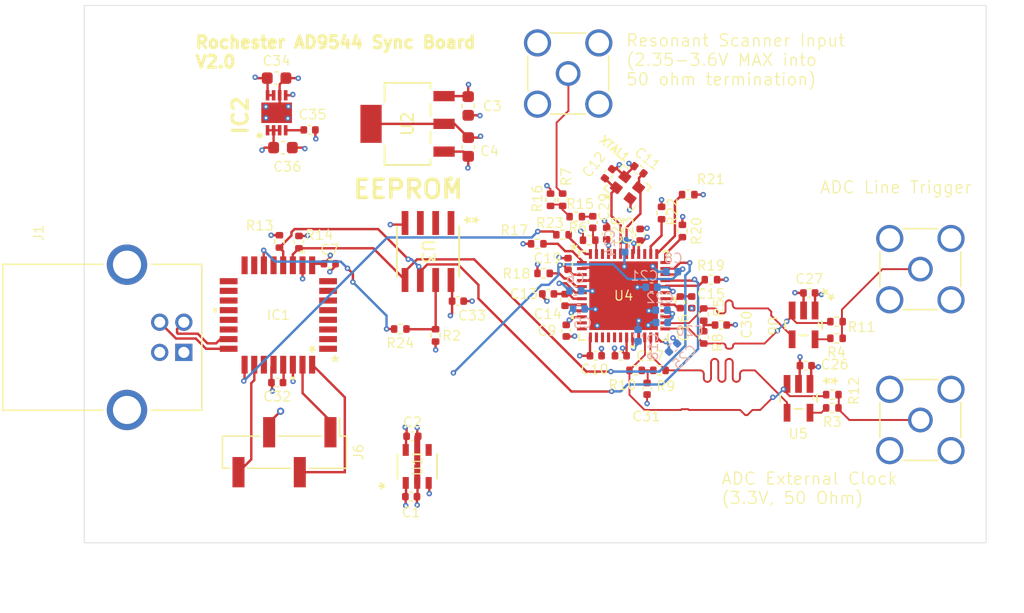
<source format=kicad_pcb>
(kicad_pcb (version 20221018) (generator pcbnew)
  (layers (0 "F.Cu" signal) (1 "In1.Cu" signal "GND") (2 "In2.Cu" signal "1V8") (31 "B.Cu" signal) (34 "B.Paste" user) (35 "F.Paste" user) (36 "B.SilkS" user "B.Silkscreen") (37 "F.SilkS" user "F.Silkscreen") (38 "B.Mask" user) (39 "F.Mask" user) (44 "Edge.Cuts" user))
  (net 0 "")
  (net 1 "+5V")
  (net 2 "GND")
  (net 3 "/XOA")
  (net 4 "/XOB")
  (net 5 "Net-(U4-LDO0)")
  (net 6 "Net-(U4-LF0)")
  (net 7 "Net-(U4-LDO1)")
  (net 8 "Net-(U4-LF1)")
  (net 9 "+3V3")
  (net 10 "/SDA")
  (net 11 "/SCL")
  (net 12 "/USB_DN")
  (net 13 "/USB_DP")
  (net 14 "/RESET")
  (net 15 "/SWCLK")
  (net 16 "/SWDIO")
  (net 32 "+1V8")
  (net 33 "Net-(J3-In)")
  (net 34 "Net-(J4-In)")
  (net 35 "/REFA")
  (net 36 "/out2")
  (net 37 "/out1")
  (net 38 "/OUT1BP")
  (net 39 "/OUT1BN")
  (net 40 "/OUT1AP")
  (net 41 "/OUT1AN")
  (net 42 "Net-(J5-In)")
  (net 43 "Net-(C30-Pad1)")
  (net 44 "Net-(C31-Pad1)")
  (net 45 "Net-(IC1-VDDCORE)")
  (net 52 "Net-(IC2-SS)")
  (net 64 "/GPIO 1")
  (net 65 "Net-(R15-Pad2)")
  (net 66 "Net-(C29-Pad1)")
  (net 67 "/GPIO 2")
  (net 68 "Net-(U4-SDO{slash}M5)")
  (net 69 "Net-(U4-CSB{slash}M6)")
  (net 70 "Net-(U4-M0)")
  (net 71 "Net-(U4-M3)")
  (net 72 "Net-(U4-M4)")
  (net 73 "Net-(U4-REFB)")
  (net 74 "Net-(U4-RESETB)")
  (net 76 "Net-(IC1-PA11)")
  (footprint "eeprom:SOIC8-N_MC_MCH" (layer "F.Cu") (at 131.645 110.6878 -90)
    (fp_text reference "U3")
    (fp_text value "24AA16-I/SN")
  )
  (footprint "Capacitor_SMD:C_0402_1005Metric" (layer "F.Cu") (at 153.5 114.9 -90)
    (fp_text reference "C15")
    (fp_text value "1uF")
  )
  (footprint "Capacitor_SMD:C_0402_1005Metric" (layer "F.Cu") (at 146.6 104.243248 52)
    (fp_text reference "C12")
    (fp_text value "15pF")
  )
  (footprint "Resistor_SMD:R_0402_1005Metric" (layer "F.Cu") (at 150.825 120.5375)
    (fp_text reference "R9")
    (fp_text value "50")
  )
  (footprint "Capacitor_SMD:C_0603_1608Metric" (layer "F.Cu") (at 119.625 102.08)
    (fp_text reference "C36")
    (fp_text value "22uF")
  )
  (footprint "Resistor_SMD:R_0402_1005Metric" (layer "F.Cu") (at 142.79 109.3)
    (fp_text reference "R23")
    (fp_text value "0")
  )
  (footprint "Capacitor_SMD:C_0402_1005Metric" (layer "F.Cu") (at 149.8 122.0625 -90)
    (fp_text reference "C31")
    (fp_text value "1uF")
  )
  (footprint "Capacitor_SMD:C_0402_1005Metric" (layer "F.Cu") (at 143.25 111.72 90)
    (fp_text reference "C19")
    (fp_text value "1uF")
  )
  (footprint "USB_B:OST_USB-B1HSB6" (layer "F.Cu") (at 106.7 117.8 -90)
    (fp_text reference "J1")
    (fp_text value "USB1130-15-A_REVA")
  )
  (footprint "Capacitor_SMD:C_0603_1608Metric" (layer "F.Cu") (at 134.975 98.625 -90)
    (fp_text reference "C3")
    (fp_text value "22uF")
  )
  (footprint "Resistor_SMD:R_0402_1005Metric" (layer "F.Cu") (at 120.95 109.91 -90)
    (fp_text reference "R14")
    (fp_text value "5.1k")
  )
  (footprint "Resistor_SMD:R_0402_1005Metric" (layer "F.Cu") (at 155.09 113.025)
    (fp_text reference "R19")
    (fp_text value "5.1k")
  )
  (footprint "Capacitor_SMD:C_0402_1005Metric" (layer "F.Cu") (at 147.62 119.33 180)
    (fp_text reference "C17")
    (fp_text value "1uF")
  )
  (footprint "Capacitor_SMD:C_0402_1005Metric" (layer "F.Cu") (at 155.915 116.78)
    (fp_text reference "C30")
    (fp_text value "1uF")
  )
  (footprint "Capacitor_SMD:C_0402_1005Metric" (layer "F.Cu") (at 163.24 114.12)
    (fp_text reference "C27")
    (fp_text value "1uF")
  )
  (footprint "Connector_PinHeader_2.54mm:PinHeader_1x04_P2.54mm_Vertical_SMD_Pin1Left" (layer "F.Cu") (at 119.75 127.32 -90)
    (fp_text reference "J6")
    (fp_text value "Conn_01x04")
  )
  (footprint "Connector_Coaxial:SMA_Amphenol_901-144_Vertical" (layer "F.Cu") (at 172.45 112.15 -90)
    (fp_text reference "J4" hide)
    (fp_text value "Conn_Coaxial")
  )
  (footprint "Capacitor_SMD:C_0603_1608Metric" (layer "F.Cu") (at 119.095 96.32)
    (fp_text reference "C34")
    (fp_text value "22uF")
  )
  (footprint "Capacitor_SMD:C_0402_1005Metric" (layer "F.Cu") (at 121.83 100.61 180)
    (fp_text reference "C35")
    (fp_text value "1nF")
  )
  (footprint "IC_receiver:DBV5" (layer "F.Cu") (at 162.35 122.8562 -90)
    (fp_text reference "U5")
    (fp_text value "SN65LVDS2DBVR")
  )
  (footprint "IC_receiver:DBV5" (layer "F.Cu") (at 162.77 116.77 -90)
    (fp_text reference "U6")
    (fp_text value "SN65LVDS2DBVR")
  )
  (footprint "Resistor_SMD:R_0402_1005Metric" (layer "F.Cu") (at 143.89 107.8 180)
    (fp_text reference "R15")
    (fp_text value "8.5")
  )
  (footprint "Resistor_SMD:R_0402_1005Metric" (layer "F.Cu") (at 145 109.75 180)
    (fp_text reference "R6")
    (fp_text value "50")
  )
  (footprint "3.3vReg:SOT-23-5_M5_MCH" (layer "F.Cu") (at 130.75 128.5 90)
    (fp_text reference "U1")
    (fp_text value "MIC5317-3.3YM5-TR")
  )
  (footprint "Resistor_SMD:R_0402_1005Metric" (layer "F.Cu") (at 153.21 105.975 180)
    (fp_text reference "R21")
    (fp_text value "5.1k")
  )
  (footprint "Crystal:OSCCC200X160X50N" (layer "F.Cu") (at 148.174687 105.4 52)
    (fp_text reference "XTAL1")
    (fp_text value "NX2016SA-52MHZ-EXS00A-CS07103")
  )
  (footprint "Capacitor_SMD:C_0402_1005Metric" (layer "F.Cu") (at 134.12 114.8)
    (fp_text reference "C33")
    (fp_text value "1uF")
  )
  (footprint "Resistor_SMD:R_0402_1005Metric" (layer "F.Cu") (at 154.49 117.805 90)
    (fp_text reference "R8")
    (fp_text value "50")
  )
  (footprint "Capacitor_SMD:C_0402_1005Metric" (layer "F.Cu") (at 146.45 109.2 90)
    (fp_text reference "C28")
    (fp_text value "1uF")
  )
  (footprint "Resistor_SMD:R_0402_1005Metric" (layer "F.Cu") (at 165.5 116.5 180)
    (fp_text reference "R11")
    (fp_text value "0")
  )
  (footprint "MountingHole:MountingHole_2.5mm" (layer "F.Cu") (at 174.05 93.75)
    (fp_text reference "H3" hide)
    (fp_text value "MountingHole")
  )
  (footprint "Capacitor_SMD:C_0402_1005Metric" (layer "F.Cu") (at 123.5 111.7)
    (fp_text reference "C7")
    (fp_text value "1uF")
  )
  (footprint "Resistor_SMD:R_0402_1005Metric" (layer "F.Cu") (at 119.33 109.85 -90)
    (fp_text reference "R13")
    (fp_text value "5.1k")
  )
  (footprint "Resistor_SMD:R_0402_1005Metric" (layer "F.Cu") (at 165.15 122.55 180)
    (fp_text reference "R12")
    (fp_text value "0")
  )
  (footprint "Resistor_SMD:R_0402_1005Metric" (layer "F.Cu") (at 142.8 106.4 90)
    (fp_text reference "R7")
    (fp_text value "8.5")
  )
  (footprint "MountingHole:MountingHole_2.5mm" (layer "F.Cu") (at 107.9 93.65)
    (fp_text reference "H1" hide)
    (fp_text value "MountingHole")
  )
  (footprint "Resistor_SMD:R_0402_1005Metric" (layer "F.Cu") (at 165.5 117.88 180)
    (fp_text reference "R4")
    (fp_text value "R_Small_US")
  )
  (footprint "MountingHole:MountingHole_2.5mm" (layer "F.Cu") (at 108 131.6)
    (fp_text reference "H2" hide)
    (fp_text value "MountingHole")
  )
  (footprint "AZ1117CH-1.8TRG1:SOT-223_DIO" (layer "F.Cu") (at 129.95 100.11 90)
    (fp_text reference "U2")
    (fp_text value "AZ1117CH-1.8TRG1")
  )
  (footprint "AD9544:CP-48-13_ADI" (layer "F.Cu") (at 147.8544 114.349999)
    (fp_text reference "U4")
    (fp_text value "AD9544BCPZ")
  )
  (footprint "Capacitor_SMD:C_0402_1005Metric" (layer "F.Cu") (at 130.25 131)
    (fp_text reference "C1")
    (fp_text value "1uF")
  )
  (footprint "Connector_Coaxial:SMA_Amphenol_901-144_Vertical" (layer "F.Cu") (at 172.45 124.65 -90)
    (fp_text reference "J3" hide)
    (fp_text value "Conn_Coaxial")
  )
  (footprint "Capacitor_SMD:C_0402_1005Metric" (layer "F.Cu") (at 162.95 120.15)
    (fp_text reference "C26")
    (fp_text value "1uF")
  )
  (footprint "Resistor_SMD:R_0402_1005Metric" (layer "F.Cu") (at 140.7 110.05 180)
    (fp_text reference "R17")
    (fp_text value "5.1k")
  )
  (footprint "Connector_Coaxial:SMA_Amphenol_901-144_Vertical" (layer "F.Cu") (at 143.26 95.94 -90)
    (fp_text reference "J5" hide)
    (fp_text value "Conn_Coaxial")
  )
  (footprint "Resistor_SMD:R_0402_1005Metric" (layer "F.Cu") (at 154.49 115.915 90)
    (fp_text reference "R5")
    (fp_text value "50")
  )
  (footprint "Capacitor_SMD:C_0402_1005Metric" (layer "F.Cu") (at 143.1 117.25 -90)
    (fp_text reference "C9")
    (fp_text value "1uF")
  )
  (footprint "Resistor_SMD:R_0402_1005Metric" (layer "F.Cu") (at 148.85 120.5375)
    (fp_text reference "R10")
    (fp_text value "50")
  )
  (footprint "Capacitor_SMD:C_0603_1608Metric" (layer "F.Cu") (at 134.98 102.025 -90)
    (fp_text reference "C4")
    (fp_text value "22uF")
  )
  (footprint "Resistor_SMD:R_0402_1005Metric" (layer "F.Cu") (at 151 107.5 -90)
    (fp_text reference "R22")
    (fp_text value "0")
  )
  (footprint "Capacitor_SMD:C_0402_1005Metric" (layer "F.Cu") (at 149.225 109.3 90)
    (fp_text reference "C23")
    (fp_text value "1uF")
  )
  (footprint "Resistor_SMD:R_0402_1005Metric" (layer "F.Cu") (at 141.225 112.5 180)
    (fp_text reference "R18")
    (fp_text value "5.1k")
  )
  (footprint "Capacitor_SMD:C_0402_1005Metric" (layer "F.Cu") (at 130.35 126)
    (fp_text reference "C2")
    (fp_text value "1uF")
  )
  (footprint "qfpsamd21:TQFP32_MC_MCH" (layer "F.Cu") (at 119.243999 115.95 180)
    (fp_text reference "IC1")
    (fp_text value "ATSAMD21E18A-MUT")
  )
  (footprint "Capacitor_SMD:C_0402_1005Metric" (layer "F.Cu") (at 145.55 119.33)
    (fp_text reference "C10")
    (fp_text value "1uF")
  )
  (footprint "Capacitor_SMD:C_0402_1005Metric" (layer "F.Cu") (at 152.55 114.9 90)
    (fp_text reference "C16")
    (fp_text value "3.9nF")
  )
  (footprint "Capacitor_SMD:C_0402_1005Metric" (layer "F.Cu") (at 149.125 103.918248 -38)
    (fp_text reference "C11")
    (fp_text value "15pF")
  )
  (footprint "Resistor_SMD:R_0402_1005Metric" (layer "F.Cu") (at 129.35 117.11 180)
    (fp_text reference "R24")
    (fp_text value "0")
  )
  (footprint "Resistor_SMD:R_0402_1005Metric" (layer "F.Cu") (at 132.27 117.64 -90)
    (fp_text reference "R2")
    (fp_text value "5.1k")
  )
  (footprint "MountingHole:MountingHole_2.5mm" (layer "F.Cu") (at 174.05 131.8)
    (fp_text reference "H4" hide)
    (fp_text value "MountingHole")
  )
  (footprint "Capacitor_SMD:C_0402_1005Metric" (layer "F.Cu") (at 143 114.7 -90)
    (fp_text reference "C14")
    (fp_text value "3.9nF")
  )
  (footprint "ADM7171ACPZ:SON50P300X300X80-9N-D" (layer "F.Cu") (at 119.1 99.19 90)
    (fp_text reference "IC2")
    (fp_text value "ADM7171ACPZ-R7" hide)
  )
  (footprint "Resistor_SMD:R_0402_1005Metric" (layer "F.Cu") (at 152.725 108.99 -90)
    (fp_text reference "R20")
    (fp_text value "5.1k")
  )
  (footprint "Capacitor_SMD:C_0402_1005Metric" (layer "F.Cu") (at 141.6 114.2 180)
    (fp_text reference "C13")
    (fp_text value "1uF")
  )
  (footprint "Resistor_SMD:R_0402_1005Metric" (layer "F.Cu") (at 165.15 123.65 180)
    (fp_text reference "R3")
    (fp_text value "R_Small_US")
  )
  (footprint "Capacitor_SMD:C_0402_1005Metric" (layer "F.Cu") (at 145.3 108.25 -90)
    (fp_text reference "C29")
    (fp_text value "1uF")
  )
  (footprint "Capacitor_SMD:C_0402_1005Metric" (layer "F.Cu") (at 119.15 121.55 180)
    (fp_text reference "C32")
    (fp_text value "1uF")
  )
  (footprint "Resistor_SMD:R_0402_1005Metric" (layer "F.Cu") (at 141.8 106.4 -90)
    (fp_text reference "R16")
    (fp_text value "141.9")
  )
  (footprint "Capacitor_SMD:C_0402_1005Metric" (layer "B.Cu") (at 143.85 113.95)
    (fp_text reference "C6")
    (fp_text value "1uF")
  )
  (footprint "Capacitor_SMD:C_0402_1005Metric" (layer "B.Cu") (at 144.15 115.45)
    (fp_text reference "C5")
    (fp_text value "1uF")
  )
  (footprint "Capacitor_SMD:C_0402_1005Metric" (layer "B.Cu") (at 150.175 113.65 180)
    (fp_text reference "C21")
    (fp_text value "1uF")
  )
  (footprint "Capacitor_SMD:C_0402_1005Metric" (layer "B.Cu") (at 147.95 110.25 -90)
    (fp_text reference "C24")
    (fp_text value "1uF")
  )
  (footprint "Capacitor_SMD:C_0402_1005Metric" (layer "B.Cu") (at 151 115.55 180)
    (fp_text reference "C22")
    (fp_text value "1uF")
  )
  (footprint "Capacitor_SMD:C_0402_1005Metric" (layer "B.Cu") (at 151.95 118.65 45)
    (fp_text reference "C25")
    (fp_text value "1uF")
  )
  (footprint "Capacitor_SMD:C_0402_1005Metric" (layer "B.Cu") (at 151.025 116.575 180)
    (fp_text reference "C20")
    (fp_text value "1uF")
  )
  (footprint "Capacitor_SMD:C_0402_1005Metric" (layer "B.Cu") (at 151.868901 112.359999 180)
    (fp_text reference "C8")
    (fp_text value "1uF")
  )
  (footprint "Capacitor_SMD:C_0402_1005Metric" (layer "B.Cu") (at 149.05 117.65 90)
    (fp_text reference "C18")
    (fp_text value "1uF")
  )
  (gr_rect (start 103.15 90.3) (end 177.9 134.83) (stroke (width 0.05)) (fill none) (layer "Edge.Cuts"))
  (gr_text "Rochester AD9544 Sync Board\nV2.0" (at 112.25 95.55) (layer "F.SilkS") (effects (font (size 1 1) (thickness 0.25) bold) (justify left bottom)))
  (gr_text "ADC Line Trigger" (at 164.07 105.95) (layer "F.SilkS") (effects (font (size 1 1) (thickness 0.1)) (justify left bottom)))
  (gr_text "ADC External Clock\n(3.3V, 50 Ohm)" (at 155.9 131.7) (layer "F.SilkS") (effects (font (size 1 1) (thickness 0.1)) (justify left bottom)))
  (gr_text "Resonant Scanner Input\n(2.35-3.6V MAX into \n50 ohm termination)" (at 148 97) (layer "F.SilkS") (effects (font (size 1 1) (thickness 0.1)) (justify left bottom)))
  (gr_text "EEPROM" (at 125.3 106.4) (layer "F.SilkS") (effects (font (size 1.5 1.5) (thickness 0.3) bold) (justify left bottom)))
  (segment (start 117.39 96.32) (end 117.32 96.25) (width 0.2) (layer "F.Cu") (net 1))
  (segment (start 131.75 130.75) (end 131.75 129.890249) (width 0.2) (layer "F.Cu") (net 1))
  (segment (start 134.975 96.875) (end 135 96.85) (width 0.2) (layer "F.Cu") (net 1))
  (segment (start 118.32 96.32) (end 117.39 96.32) (width 0.2) (layer "F.Cu") (net 1))
  (segment (start 134.935 97.81) (end 134.975 97.85) (width 0.2) (layer "F.Cu") (net 1))
  (segment (start 118.35 97.74) (end 118.85 97.74) (width 0.2) (layer "F.Cu") (net 1))
  (segment (start 129.795 131.745) (end 129.8 131.75) (width 0.2) (layer "F.Cu") (net 1))
  (segment (start 131.75 129.890249) (end 131.725001 129.86525) (width 0.2) (layer "F.Cu") (net 1))
  (segment (start 118.35 96.35) (end 118.32 96.32) (width 0.2) (layer "F.Cu") (net 1))
  (segment (start 132.975 97.81) (end 134.935 97.81) (width 0.2) (layer "F.Cu") (net 1))
  (segment (start 118.35 97.74) (end 118.35 96.35) (width 0.2) (layer "F.Cu") (net 1))
  (segment (start 129.795 131.025) (end 129.795 131.745) (width 0.2) (layer "F.Cu") (net 1))
  (segment (start 120.38 97.74) (end 120.44 97.68) (width 0.2) (layer "F.Cu") (net 1))
  (segment (start 119.85 97.74) (end 120.38 97.74) (width 0.2) (layer "F.Cu") (net 1))
  (segment (start 134.975 97.85) (end 134.975 96.875) (width 0.2) (layer "F.Cu") (net 1))
  (segment (start 129.824999 129.86525) (end 129.824999 130.945001) (width 0.2) (layer "F.Cu") (net 1))
  (via (at 131.75 130.75) (size 0.45) (drill 0.2) (layers "F.Cu" "B.Cu") (net 1))
  (via (at 117.32 96.25) (size 0.45) (drill 0.2) (layers "F.Cu" "B.Cu") (net 1))
  (via (at 135 96.85) (size 0.45) (drill 0.2) (layers "F.Cu" "B.Cu") (net 1))
  (via (at 120.44 97.68) (size 0.45) (drill 0.2) (layers "F.Cu" "B.Cu") (net 1))
  (via (at 129.8 131.75) (size 0.45) (drill 0.2) (layers "F.Cu" "B.Cu") (net 1))
  (segment (start 149.8 122.5425) (end 149.8 123.2875) (width 0.156) (layer "F.Cu") (net 2))
  (segment (start 132.27 118.83) (end 132.28 118.84) (width 0.2) (layer "F.Cu") (net 2))
  (segment (start 118.75 122.25) (end 118.72 122.22) (width 0.2) (layer "F.Cu") (net 2))
  (segment (start 119.35 96.84) (end 119.87 96.32) (width 0.2) (layer "F.Cu") (net 2))
  (segment (start 119.57 99.66) (end 119.1 99.19) (width 0.2) (layer "F.Cu") (net 2))
  (segment (start 119.87 96.32) (end 120.88 96.32) (width 0.2) (layer "F.Cu") (net 2))
  (segment (start 144.4 112.099998) (end 144.472999 112.026999) (width 0.2) (layer "F.Cu") (net 2))
  (segment (start 118.67 99.62) (end 119.1 99.19) (width 0.2) (layer "F.Cu") (net 2))
  (segment (start 147.348914 103.865003) (end 147.992698 104.508787) (width 0.2) (layer "F.Cu") (net 2))
  (segment (start 141.12 114.42) (end 141.12 114.2) (width 0.2) (layer "F.Cu") (net 2))
  (segment (start 146.895518 103.865003) (end 147.348914 103.865003) (width 0.2) (layer "F.Cu") (net 2))
  (segment (start 146.58 108.73) (end 146.58 108.4605) (width 0.2) (layer "F.Cu") (net 2))
  (segment (start 119.62 98.67) (end 119.1 99.19) (width 0.2) (layer "F.Cu") (net 2))
  (segment (start 119.1 99.19) (end 119.52 99.19) (width 0.2) (layer "F.Cu") (net 2))
  (segment (start 162.47 120.15) (end 162.47 119.43) (width 0.2) (layer "F.Cu") (net 2))
  (segment (start 146.02 118.73) (end 146.03 118.74) (width 0.2) (layer "F.Cu") (net 2))
  (segment (start 134.98 103.73) (end 134.95 103.76) (width 0.2) (layer "F.Cu") (net 2))
  (segment (start 118.48 125.665) (end 118.48 124.87) (width 0.2) (layer "F.Cu") (net 2))
  (segment (start 147.1 119.29) (end 147.1 118.730302) (width 0.2) (layer "F.Cu") (net 2))
  (segment (start 118.67 120.249) (end 118.850001 120.068999) (width 0.2) (layer "F.Cu") (net 2))
  (segment (start 156.325 113.025) (end 156.35 113) (width 0.2) (layer "F.Cu") (net 2))
  (segment (start 120.03 99.66) (end 119.57 99.66) (width 0.2) (layer "F.Cu") (net 2))
  (segment (start 143.25 111.24) (end 142.565 111.24) (width 0.2) (layer "F.Cu") (net 2))
  (segment (start 162.76 114.12) (end 162.07 114.12) (width 0.2) (layer "F.Cu") (net 2))
  (segment (start 147.134997 103.865003) (end 147.5 103.5) (width 0.2) (layer "F.Cu") (net 2))
  (segment (start 140.19 110.05) (end 139.525 110.05) (width 0.2) (layer "F.Cu") (net 2))
  (segment (start 144.3956 113.1) (end 144.95 113.1) (width 0.2) (layer "F.Cu") (net 2))
  (segment (start 162.450001 121.775) (end 162.45 120.17) (width 0.2) (layer "F.Cu") (net 2))
  (segment (start 140.715 111.76) (end 140.725 111.75) (width 0.2) (layer "F.Cu") (net 2))
  (segment (start 119.35 98.34) (end 119.35 97.74) (width 0.2) (layer "F.Cu") (net 2))
  (segment (start 121.250001 111.831001) (end 121.25 112.95) (width 0.2) (layer "F.Cu") (net 2))
  (segment (start 118.6 98.69) (end 119.1 99.19) (width 0.2) (layer "F.Cu") (net 2))
  (segment (start 144.49 109.75) (end 144.49 109.19) (width 0.156) (layer "F.Cu") (net 2))
  (segment (start 149.793222 108.759335) (end 149.260665 108.759335) (width 0.2) (layer "F.Cu") (net 2))
  (segment (start 144.95 113.1) (end 145.77 112.28) (width 0.2) (layer "F.Cu") (net 2))
  (segment (start 162.47 119.43) (end 162.475 119.425) (width 0.2) (layer "F.Cu") (net 2))
  (segment (start 135.925 99.4) (end 134.975 99.4) (width 0.2) (layer "F.Cu") (net 2))
  (segment (start 120.4 102.08) (end 121.36 102.08) (width 0.2) (layer "F.Cu") (net 2))
  (segment (start 146.03 118.74) (end 146.03 119.33) (width 0.2) (layer "F.Cu") (net 2))
  (segment (start 141.8 105.53) (end 141.5 105.23) (width 0.156) (layer "F.Cu") (net 2))
  (segment (start 130.755 125.28) (end 130.755 126) (width 0.2) (layer "F.Cu") (net 2))
  (segment (start 143.1 117.73) (end 143.77 117.73) (width 0.2) (layer "F.Cu") (net 2))
  (segment (start 123.98 111.891498) (end 123.98 111.7) (width 0.2) (layer "F.Cu") (net 2))
  (segment (start 119.52 99.19) (end 119.86 98.85) (width 0.2) (layer "F.Cu") (net 2))
  (segment (start 134.6 114.8) (end 135.3 114.8) (width 0.2) (layer "F.Cu") (net 2))
  (segment (start 144.472999 112.026999) (end 147.823001 112.026999) (width 0.2) (layer "F.Cu") (net 2))
  (segment (start 119.35 97.74) (end 119.35 96.84) (width 0.2) (layer "F.Cu") (net 2))
  (segment (start 141.8 105.9) (end 141.8 105.53) (width 0.156) (layer "F.Cu") (net 2))
  (segment (start 144.49 109.19) (end 144.3 109) (width 0.156) (layer "F.Cu") (net 2))
  (segment (start 130.73 131) (end 130.73 131.68) (width 0.2) (layer "F.Cu") (net 2))
  (segment (start 151 106.99) (end 151 106.4) (width 0.2) (layer "F.Cu") (net 2))
  (segment (start 130.73 131.68) (end 130.75 131.7) (width 0.2) (layer "F.Cu") (net 2))
  (segment (start 130.75 126.08) (end 130.75 129.86525) (width 0.5) (layer "F.Cu") (net 2))
  (segment (start 156.395 116.78) (end 157.09 116.78) (width 0.2) (layer "F.Cu") (net 2))
  (segment (start 132.27 118.15) (end 132.27 118.83) (width 0.2) (layer "F.Cu") (net 2))
  (segment (start 135.95 99.425) (end 135.925 99.4) (width 0.2) (layer "F.Cu") (net 2))
  (segment (start 147.1 118.730302) (end 147.12 118.710302) (width 0.2) (layer "F.Cu") (net 2))
  (segment (start 118.67 121.55) (end 118.67 120.249) (width 0.2) (layer "F.Cu") (net 2))
  (segment (start 155.6 113.025) (end 156.325 113.025) (width 0.2) (layer "F.Cu") (net 2))
  (segment (start 122.31 100.61) (end 122.31 101.31) (width 0.2) (layer "F.Cu") (net 2))
  (segment (start 118.72 122.22) (end 118.72 121.6) (width 0.2) (layer "F.Cu") (net 2))
  (segment (start 118.48 124.87) (end 119.425 123.925) (width 0.2) (layer "F.Cu") (net 2))
  (segment (start 134.98 102.8) (end 134.98 103.73) (width 0.2) (layer "F.Cu") (net 2))
  (segment (start 120.88 96.32) (end 120.89 96.33) (width 0.2) (layer "F.Cu") (net 2))
  (segment (start 134.59 102.41) (end 134.98 102.8) (width 0.2) (layer "F.Cu") (net 2))
  (segment (start 162.07 114.12) (end 162.05 114.1) (width 0.2) (layer "F.Cu") (net 2))
  (segment (start 130.75 125.275) (end 130.755 125.28) (width 0.2) (layer "F.Cu") (net 2))
  (segment (start 147.992698 104.376787) (end 148.746755 103.62273) (width 0.2) (layer "F.Cu") (net 2))
  (segment (start 148.427302 106.307709) (end 148.427302 107.165946) (width 0.2) (layer "F.Cu") (net 2))
  (segment (start 118.22 99.62) (end 118.67 99.62) (width 0.2) (layer "F.Cu") (net 2))
  (segment (start 130.775 129.86525) (end 130.775 130.955) (width 0.2) (layer "F.Cu") (net 2))
  (segment (start 142.565 111.24) (end 142.5 111.175) (width 0.2) (layer "F.Cu") (net 2))
  (segment (start 123.506627 112.364871) (end 123.98 111.891498) (width 0.2) (layer "F.Cu") (net 2))
  (segment (start 141.5 114.8) (end 141.12 114.42) (width 0.2) (layer "F.Cu") (net 2))
  (segment (start 120.08 98.67) (end 119.62 98.67) (width 0.2) (layer "F.Cu") (net 2))
  (segment (start 132.975 102.41) (end 134.59 102.41) (width 0.2) (layer "F.Cu") (net 2))
  (segment (start 119.86 98.85) (end 119.35 98.34) (width 0.2) (layer "F.Cu") (net 2))
  (segment (start 118.21 98.69) (end 118.6 98.69) (width 0.2) (layer "F.Cu") (net 2))
  (segment (start 148.529482 103.62273) (end 148.3 103.393248) (width 0.2) (layer "F.Cu") (net 2))
  (segment (start 140.715 112.5) (end 140.715 111.76) (width 0.2) (layer "F.Cu") (net 2))
  (segment (start 146.58 108.4605) (end 146.27 108.1505) (width 0.2) (layer "F.Cu") (net 2))
  (segment (start 129.646557 108.458443) (end 128.525 108.458443) (width 0.2) (layer "F.Cu") (net 2))
  (segment (start 121.36 102.08) (end 121.44 102.16) (width 0.2) (layer "F.Cu") (net 2))
  (segment (start 162.77 115.5762) (end 162.77 114.13) (width 0.2) (layer "F.Cu") (net 2))
  (via (at 120.08 98.67) (size 0.45) (drill 0.2) (layers "F.Cu" "B.Cu") (net 2))
  (via (at 130.75 131.7) (size 0.45) (drill 0.2) (layers "F.Cu" "B.Cu") (net 2))
  (via (at 118.75 122.25) (size 0.45) (drill 0.2) (layers "F.Cu" "B.Cu") (net 2))
  (via (at 143.8 117.7) (size 0.45) (drill 0.2) (layers "F.Cu" "B.Cu") (net 2))
  (via (at 147.92 111.93) (size 0.45) (drill 0.2) (layers "F.Cu" "B.Cu") (net 2))
  (via (at 144.3 109) (size 0.45) (drill 0.2) (layers "F.Cu" "B.Cu") (net 2))
  (via (at 121.44 102.16) (size 0.45) (drill 0.2) (layers "F.Cu" "B.Cu") (net 2))
  (via (at 150.268901 111.909999) (size 0.45) (drill 0.2) (layers "F.Cu" "B.Cu") (net 2))
  (via (at 147.5 103.5) (size 0.45) (drill 0.2) (layers "F.Cu" "B.Cu") (net 2))
  (via (at 149.793222 108.759335) (size 0.45) (drill 0.2) (layers "F.Cu" "B.Cu") (net 2))
  (via (at 122.35 101.35) (size 0.45) (drill 0.2) (layers "F.Cu" "B.Cu") (net 2))
  (via (at 118.22 99.62) (size 0.45) (drill 0.2) (layers "F.Cu" "B.Cu") (net 2))
  (via (at 162.05 114.1) (size 0.45) (drill 0.2) (layers "F.Cu" "B.Cu") (net 2))
  (via (at 148.3 103.393248) (size 0.45) (drill 0.2) (layers "F.Cu" "B.Cu") (net 2))
  (via (at 157.115 116.755) (size 0.45) (drill 0.2) (layers "F.Cu" "B.Cu") (net 2))
  (via (at 147.1 118.7) (size 0.45) (drill 0.2) (layers "F.Cu" "B.Cu") (net 2))
  (via (at 156.35 113) (size 0.45) (drill 0.2) (layers "F.Cu" "B.Cu") (net 2))
  (via (at 149.8 123.2875) (size 0.45) (drill 0.2) (layers "F.Cu" "B.Cu") (net 2))
  (via (at 135.95 99.425) (size 0.45) (drill 0.2) (layers "F.Cu" "B.Cu") (net 2))
  (via (at 146.27 108.1505) (size 0.45) (drill 0.2) (layers "F.Cu" "B.Cu") (net 2))
  (via (at 120.89 96.33) (size 0.45) (drill 0.2) (layers "F.Cu" "B.Cu") (net 2))
  (via (at 149.95 115.6) (size 0.45) (drill 0.2) (layers "F.Cu" "B.Cu") (net 2))
  (via (at 151 106.4) (size 0.45) (drill 0.2) (layers "F.Cu" "B.Cu") (net 2))
  (via (at 135.3 114.8) (size 0.45) (drill 0.2) (layers "F.Cu" "B.Cu") (net 2))
  (via (at 148.35 107.243248) (size 0.45) (drill 0.2) (layers "F.Cu" "B.Cu") (net 2))
  (via (at 145.52 115.48) (size 0.45) (drill 0.2) (layers "F.Cu" "B.Cu") (net 2))
  (via (at 146.02 118.73) (size 0.45) (drill 0.2) (layers "F.Cu" "B.Cu") (net 2))
  (via (at 130.75 125.275) (size 0.45) (drill 0.2) (layers "F.Cu" "B.Cu") (net 2))
  (via (at 120.03 99.66) (size 0.45) (drill 0.2) (layers "F.Cu" "B.Cu") (net 2))
  (via (at 151.95 117.85) (size 0.45) (drill 0.2) (layers "F.Cu" "B.Cu") (net 2))
  (via (at 139.525 110.05) (size 0.45) (drill 0.2) (layers "F.Cu" "B.Cu") (net 2))
  (via (at 141.5 105.23) (size 0.45) (drill 0.2) (layers "F.Cu" "B.Cu") (net 2))
  (via (at 118.21 98.69) (size 0.45) (drill 0.2) (layers "F.Cu" "B.Cu") (net 2))
  (via (at 132.28 118.84) (size 0.45) (drill 0.2) (layers "F.Cu" "B.Cu") (net 2))
  (via (at 153.5 115.4) (size 0.45) (drill 0.2) (layers "F.Cu" "B.Cu") (net 2))
  (via (at 121.25 112.95) (size 0.45) (drill 0.2) (layers "F.Cu" "B.Cu") (net 2))
  (via (at 149.9 116.8) (size 0.45) (drill 0.2) (layers "F.Cu" "B.Cu") (net 2))
  (via (at 141.5 114.8) (size 0.45) (drill 0.2) (layers "F.Cu" "B.Cu") (net 2))
  (via (at 134.95 103.76) (size 0.45) (drill 0.2) (layers "F.Cu" "B.Cu") (net 2))
  (via (at 145.67 116.83) (size 0.45) (drill 0.2) (layers "F.Cu" "B.Cu") (net 2))
  (via (at 149.11 116.42) (size 0.45) (drill 0.2) (layers "F.Cu" "B.Cu") (net 2))
  (via (at 123.506627 112.364871) (size 0.45) (drill 0.2) (layers "F.Cu" "B.Cu") (net 2))
  (via (at 142.5 111.175) (size 0.45) (drill 0.2) (layers "F.Cu" "B.Cu") (net 2))
  (via (at 119.425 123.925) (size 0.6) (drill 0.3) (layers "F.Cu" "B.Cu") (net 2))
  (via (at 149 113.65) (size 0.45) (drill 0.2) (layers "F.Cu" "B.Cu") (net 2))
  (via (at 140.725 111.75) (size 0.45) (drill 0.2) (layers "F.Cu" "B.Cu") (net 2))
  (via (at 128.525 108.458443) (size 0.45) (drill 0.2) (layers "F.Cu" "B.Cu") (net 2))
  (via (at 162.475 119.425) (size 0.45) (drill 0.2) (layers "F.Cu" "B.Cu") (net 2))
  (via (at 145.27 113.97) (size 0.45) (drill 0.2) (layers "F.Cu" "B.Cu") (net 2))
  (segment (start 149.05 117.17) (end 149.05 116.48) (width 0.2) (layer "B.Cu") (net 2))
  (segment (start 145.25 113.95) (end 145.27 113.97) (width 0.2) (layer "B.Cu") (net 2))
  (segment (start 149 113.65) (end 149.695 113.65) (width 0.2) (layer "B.Cu") (net 2))
  (segment (start 152.289411 118.189411) (end 151.95 117.85) (width 0.2) (layer "B.Cu") (net 2))
  (segment (start 144.33 113.95) (end 145.25 113.95) (width 0.2) (layer "B.Cu") (net 2))
  (segment (start 150.718901 112.359999) (end 150.268901 111.909999) (width 0.2) (layer "B.Cu") (net 2))
  (segment (start 151.388901 112.359999) (end 150.718901 112.359999) (width 0.2) (layer "B.Cu") (net 2))
  (segment (start 150.57 116.55) (end 150.15 116.55) (width 0.2) (layer "B.Cu") (net 2))
  (segment (start 145.49 115.45) (end 145.52 115.48) (width 0.2) (layer "B.Cu") (net 2))
  (segment (start 147.92 111.93) (end 147.92 110.76) (width 0.2) (layer "B.Cu") (net 2))
  (segment (start 149.05 116.48) (end 149.11 116.42) (width 0.2) (layer "B.Cu") (net 2))
  (segment (start 144.63 115.45) (end 145.49 115.45) (width 0.2) (layer "B.Cu") (net 2))
  (segment (start 150.15 116.55) (end 149.9 116.8) (width 0.2) (layer "B.Cu") (net 2))
  (segment (start 149.95 115.6) (end 150.47 115.6) (width 0.2) (layer "B.Cu") (net 2))
  (segment (start 149.503245 104.213766) (end 149.135313 104.581698) (width 0.2) (layer "F.Cu") (net 3))
  (segment (start 149.247543 107.552457) (end 149.247543 105.540791) (width 0.2) (layer "F.Cu") (net 3))
  (segment (start 148.1 108.7) (end 149.247543 107.552457) (width 0.2) (layer "F.Cu") (net 3))
  (segment (start 148.1 110.8956) (end 148.1 108.7) (width 0.2) (layer "F.Cu") (net 3))
  (segment (start 149.135313 104.581698) (end 149.135313 105.401496) (width 0.2) (layer "F.Cu") (net 3))
  (segment (start 146.85 105.849687) (end 146.85 107.75) (width 0.2) (layer "F.Cu") (net 4))
  (segment (start 146.85 107.75) (end 147.61 108.51) (width 0.2) (layer "F.Cu") (net 4))
  (segment (start 147.61 108.51) (end 147.61 110.8856) (width 0.2) (layer "F.Cu") (net 4))
  (segment (start 147.284687 105.415) (end 146.85 105.849687) (width 0.2) (layer "F.Cu") (net 4))
  (segment (start 147.089741 105.406752) (end 146.304482 104.621493) (width 0.2) (layer "F.Cu") (net 4))
  (segment (start 142.77 114.2) (end 142.08 114.2) (width 0.2) (layer "F.Cu") (net 5))
  (segment (start 144.3956 114.6) (end 143.696515 114.6) (width 0.2) (layer "F.Cu") (net 5))
  (segment (start 142.85 114.12) (end 142.77 114.2) (width 0.2) (layer "F.Cu") (net 5))
  (segment (start 143.696515 114.6) (end 143.216515 114.12) (width 0.2) (layer "F.Cu") (net 5))
  (segment (start 143.216515 114.12) (end 142.85 114.12) (width 0.2) (layer "F.Cu") (net 5))
  (segment (start 143.18 115.1) (end 144.4 115.1) (width 0.2) (layer "F.Cu") (net 6))
  (segment (start 152.7 114.4) (end 153.6 114.4) (width 0.2) (layer "F.Cu") (net 7))
  (segment (start 151.3044 114.6) (end 152.37 114.6) (width 0.2) (layer "F.Cu") (net 7))
  (segment (start 151.367199 115.1) (end 152.0728 115.1) (width 0.2) (layer "F.Cu") (net 8))
  (segment (start 152.0728 115.1) (end 152.3528 115.38) (width 0.2) (layer "F.Cu") (net 8))
  (segment (start 142.869047 111.819047) (end 143.25 112.2) (width 0.2) (layer "F.Cu") (net 9))
  (segment (start 120.45 120.068999) (end 120.45 121.4405) (width 0.2) (layer "F.Cu") (net 9))
  (segment (start 142.584006 111.819047) (end 142.869047 111.819047) (width 0.2) (layer "F.Cu") (net 9))
  (segment (start 163.720001 115.5762) (end 163.72 114.12) (width 0.2) (layer "F.Cu") (net 9))
  (segment (start 119.33 109.34) (end 118.64 109.34) (width 0.2) (layer "F.Cu") (net 9))
  (segment (start 129.87 125.37) (end 129.75 125.25) (width 0.2) (layer "F.Cu") (net 9))
  (segment (start 123.55 111.17) (end 122.888999 111.831001) (width 0.2) (layer "F.Cu") (net 9))
  (segment (start 144.4 112.6) (end 143.65 112.6) (width 0.2) (layer "F.Cu") (net 9))
  (segment (start 152.7505 112.146206) (end 152.296705 112.600001) (width 0.2) (layer "F.Cu") (net 9))
  (segment (start 163.400002 121.775) (end 163.400002 120.179998) (width 0.2) (layer "F.Cu") (net 9))
  (segment (start 133.64 114.8) (end 133.64 115.86) (width 0.2) (layer "F.Cu") (net 9))
  (segment (start 164.25 114.25) (end 163.85 114.25) (width 0.2) (layer "F.Cu") (net 9))
  (segment (start 164 120.25) (end 163.53 120.25) (width 0.2) (layer "F.Cu") (net 9))
  (segment (start 129.87 126) (end 129.87 125.37) (width 0.2) (layer "F.Cu") (net 9))
  (segment (start 143.65 112.6) (end 143.25 112.2) (width 0.2) (layer "F.Cu") (net 9))
  (segment (start 123.55 111) (end 123.55 111.17) (width 0.2) (layer "F.Cu") (net 9))
  (segment (start 133.64 114.8) (end 133.64 113.14) (width 0.2) (layer "F.Cu") (net 9))
  (segment (start 163.53 120.25) (end 163.43 120.15) (width 0.2) (layer "F.Cu") (net 9))
  (segment (start 152.296705 112.600001) (end 151.3044 112.600001) (width 0.2) (layer "F.Cu") (net 9))
  (segment (start 120.95 109.4) (end 121.64 109.4) (width 0.2) (layer "F.Cu") (net 9))
  (segment (start 121.64 109.4) (end 121.67 109.37) (width 0.2) (layer "F.Cu") (net 9))
  (segment (start 133.64 115.86) (end 133.5 116) (width 0.2) (layer "F.Cu") (net 9))
  (segment (start 129.824999 127.13475) (end 129.824999 126.029999) (width 0.2) (layer "F.Cu") (net 9))
  (segment (start 163.85 114.25) (end 163.72 114.12) (width 0.2) (layer "F.Cu") (net 9))
  (segment (start 120.45 121.4405) (end 120.4595 121.45) (width 0.2) (layer "F.Cu") (net 9))
  (segment (start 123.02 111.7) (end 122.181 111.7) (width 0.2) (layer "F.Cu") (net 9))
  (via (at 133.75 120.75) (size 0.45) (drill 0.2) (layers "F.Cu" "B.Cu") (net 9))
  (via (at 129.75 125.25) (size 0.45) (drill 0.2) (layers "F.Cu" "B.Cu") (net 9))
  (via (at 152.7505 112.146206) (size 0.45) (drill 0.2) (layers "F.Cu" "B.Cu") (net 9))
  (via (at 121.67 109.37) (size 0.45) (drill 0.2) (layers "F.Cu" "B.Cu") (net 9))
  (via (at 123.55 111) (size 0.45) (drill 0.2) (layers "F.Cu" "B.Cu") (net 9))
  (via (at 133.5 116) (size 0.45) (drill 0.2) (layers "F.Cu" "B.Cu") (net 9))
  (via (at 164.25 114.25) (size 0.45) (drill 0.2) (layers "F.Cu" "B.Cu") (net 9))
  (via (at 142.584006 111.819047) (size 0.45) (drill 0.2) (layers "F.Cu" "B.Cu") (net 9))
  (via (at 118.64 109.34) (size 0.45) (drill 0.2) (layers "F.Cu" "B.Cu") (net 9))
  (via (at 164 120.25) (size 0.45) (drill 0.2) (layers "F.Cu" "B.Cu") (net 9))
  (via (at 120.4595 121.45) (size 0.45) (drill 0.2) (layers "F.Cu" "B.Cu") (net 9))
  (segment (start 151.926707 112.969999) (end 152.7505 112.146206) (width 0.2) (layer "B.Cu") (net 9))
  (segment (start 142.45 112.65) (end 142.45 111.953053) (width 0.2) (layer "B.Cu") (net 9))
  (segment (start 142.648053 111.755) (end 147.002537 111.755) (width 0.2) (layer "B.Cu") (net 9))
  (segment (start 148.217536 112.969999) (end 151.926707 112.969999) (width 0.2) (layer "B.Cu") (net 9))
  (segment (start 141.05 113.45) (end 141.65 113.45) (width 0.2) (layer "B.Cu") (net 9))
  (segment (start 133.75 120.75) (end 141.05 113.45) (width 0.2) (layer "B.Cu") (net 9))
  (segment (start 152.348901 112.359999) (end 152.536707 112.359999) (width 0.2) (layer "B.Cu") (net 9))
  (segment (start 147.002537 111.755) (end 148.217536 112.969999) (width 0.2) (layer "B.Cu") (net 9))
  (segment (start 142.45 111.953053) (end 142.648053 111.755) (width 0.2) (layer "B.Cu") (net 9))
  (segment (start 152.536707 112.359999) (end 152.7505 112.146206) (width 0.2) (layer "B.Cu") (net 9))
  (segment (start 141.65 113.45) (end 142.45 112.65) (width 0.2) (layer "B.Cu") (net 9))
  (segment (start 129.74 113.05) (end 129.74 112.3388) (width 0.2) (layer "F.Cu") (net 10))
  (segment (start 120.95 110.42) (end 127.11 110.42) (width 0.2) (layer "F.Cu") (net 10))
  (segment (start 127.11 110.42) (end 129.74 113.05) (width 0.2) (layer "F.Cu") (net 10))
  (segment (start 152.054245 112.099998) (end 151.3088 112.099998) (width 0.2) (layer "F.Cu") (net 10))
  (segment (start 130.7388 111.34) (end 135.47 111.34) (width 0.2) (layer "F.Cu") (net 10))
  (segment (start 129.74 112.3388) (end 130.7388 111.34) (width 0.2) (layer "F.Cu") (net 10))
  (segment (start 120.443999 110.926001) (end 120.95 110.42) (width 0.2) (layer "F.Cu") (net 10))
  (segment (start 152.976757 111.63) (end 152.967963 111.621206) (width 0.2) (layer "F.Cu") (net 10))
  (segment (start 144.77 120.64) (end 146.8 120.64) (width 0.2) (layer "F.Cu") (net 10))
  (segment (start 120.443999 111.831001) (end 120.443999 110.926001) (width 0.2) (layer "F.Cu") (net 10))
  (segment (start 135.47 111.34) (end 144.77 120.64) (width 0.2) (layer "F.Cu") (net 10))
  (segment (start 152.533037 111.621206) (end 152.054245 112.099998) (width 0.2) (layer "F.Cu") (net 10))
  (segment (start 153.33 111.63) (end 152.976757 111.63) (width 0.2) (layer "F.Cu") (net 10))
  (segment (start 152.967963 111.621206) (end 152.533037 111.621206) (width 0.2) (layer "F.Cu") (net 10))
  (via (at 153.33 111.63) (size 0.45) (drill 0.2) (layers "F.Cu" "B.Cu") (net 10))
  (via (at 146.8 120.64) (size 0.45) (drill 0.2) (layers "F.Cu" "B.Cu") (net 10))
  (segment (start 152.97 118.49267) (end 150.82267 120.64) (width 0.2) (layer "B.Cu") (net 10))
  (segment (start 153.33 112.309169) (end 152.97 112.669169) (width 0.2) (layer "B.Cu") (net 10))
  (segment (start 150.82267 120.64) (end 146.8 120.64) (width 0.2) (layer "B.Cu") (net 10))
  (segment (start 153.33 111.63) (end 153.33 112.309169) (width 0.2) (layer "B.Cu") (net 10))
  (segment (start 152.97 112.669169) (end 152.97 118.49267) (width 0.2) (layer "B.Cu") (net 10))
  (segment (start 153.637699 113.099999) (end 151.3088 113.099999) (width 0.2) (layer "F.Cu") (net 11))
  (segment (start 131.5894 111.7594) (end 131.01 112.3388) (width 0.2) (layer "F.Cu") (net 11))
  (segment (start 130.880278 112.920278) (end 131.01 113.05) (width 0.2) (layer "F.Cu") (net 11))
  (segment (start 119.643998 110.673998) (end 119.33 110.36) (width 0.2) (layer "F.Cu") (net 11))
  (segment (start 135.825 113.455) (end 134.1294 111.7594) (width 0.2) (layer "F.Cu") (net 11))
  (segment (start 131.01 112.3388) (end 131.01 113.05) (width 0.2) (layer "F.Cu") (net 11))
  (segment (start 143.53 122.29) (end 135.825 114.585) (width 0.2) (layer "F.Cu") (net 11))
  (segment (start 130.880278 111.940278) (end 130.880278 112.920278) (width 0.2) (layer "F.Cu") (net 11))
  (segment (start 119.643998 111.831001) (end 119.643998 110.673998) (width 0.2) (layer "F.Cu") (net 11))
  (segment (start 135.825 114.585) (end 135.825 113.455) (width 0.2) (layer "F.Cu") (net 11))
  (segment (start 120.33 109.36) (end 120.33 109.084817) (width 0.2) (layer "F.Cu") (net 11))
  (segment (start 120.584817 108.83) (end 127.51 108.83) (width 0.2) (layer "F.Cu") (net 11))
  (segment (start 127.51 108.83) (end 130.008522 111.328522) (width 0.2) (layer "F.Cu") (net 11))
  (segment (start 146.85 122.29) (end 143.53 122.29) (width 0.2) (layer "F.Cu") (net 11))
  (segment (start 146.86 122.28) (end 146.85 122.29) (width 0.2) (layer "F.Cu") (net 11))
  (segment (start 120.33 109.084817) (end 120.584817 108.83) (width 0.2) (layer "F.Cu") (net 11))
  (segment (start 134.1294 111.7594) (end 131.5894 111.7594) (width 0.2) (layer "F.Cu") (net 11))
  (segment (start 153.735199 113.002499) (end 153.637699 113.099999) (width 0.2) (layer "F.Cu") (net 11))
  (segment (start 119.33 110.36) (end 120.33 109.36) (width 0.2) (layer "F.Cu") (net 11))
  (via (at 130.880278 111.940278) (size 0.45) (drill 0.2) (layers "F.Cu" "B.Cu") (net 11))
  (via (at 146.86 122.28) (size 0.45) (drill 0.2) (layers "F.Cu" "B.Cu") (net 11))
  (via (at 130.008522 111.328522) (size 0.45) (drill 0.2) (layers "F.Cu" "B.Cu") (net 11))
  (via (at 153.735199 113.002499) (size 0.45) (drill 0.2) (layers "F.Cu" "B.Cu") (net 11))
  (segment (start 130.268522 111.328522) (end 130.880278 111.940278) (width 0.2) (layer "B.Cu") (net 11))
  (segment (start 130.008522 111.328522) (end 130.268522 111.328522) (width 0.2) (layer "B.Cu") (net 11))
  (segment (start 146.86 122.28) (end 147.61 122.28) (width 0.2) (layer "B.Cu") (net 11))
  (segment (start 147.61 122.28) (end 148.18 121.71) (width 0.2) (layer "B.Cu") (net 11))
  (segment (start 154.025 113.2923) (end 153.735199 113.002499) (width 0.2) (layer "B.Cu") (net 11))
  (segment (start 148.18 121.71) (end 151.08 121.71) (width 0.2) (layer "B.Cu") (net 11))
  (segment (start 154.025 118.765) (end 154.025 113.2923) (width 0.2) (layer "B.Cu") (net 11))
  (segment (start 151.08 121.71) (end 154.025 118.765) (width 0.2) (layer "B.Cu") (net 11))
  (segment (start 112.565685 117.5) (end 113.365686 118.3) (width 0.2) (layer "F.Cu") (net 12))
  (segment (start 110.85 117.424314) (end 110.925686 117.5) (width 0.2) (layer "F.Cu") (net 12))
  (segment (start 113.365686 118.3) (end 114.0884 118.3) (width 0.2) (layer "F.Cu") (net 12))
  (segment (start 114.0884 118.3) (end 114.438401 117.949999) (width 0.2) (layer "F.Cu") (net 12))
  (segment (start 111.41 116.55) (end 110.85 117.11) (width 0.2) (layer "F.Cu") (net 12))
  (segment (start 114.438401 117.949999) (end 115.131001 117.949999) (width 0.2) (layer "F.Cu") (net 12))
  (segment (start 110.925686 117.5) (end 112.565685 117.5) (width 0.2) (layer "F.Cu") (net 12))
  (segment (start 110.85 117.11) (end 110.85 117.424314) (width 0.2) (layer "F.Cu") (net 12))
  (segment (start 109.41 116.55) (end 110.76 117.9) (width 0.2) (layer "F.Cu") (net 13))
  (segment (start 113.249999 118.749999) (end 115.131001 118.749999) (width 0.2) (layer "F.Cu") (net 13))
  (segment (start 110.76 117.9) (end 112.4 117.9) (width 0.2) (layer "F.Cu") (net 13))
  (segment (start 112.4 117.9) (end 113.249999 118.749999) (width 0.2) (layer "F.Cu") (net 13))
  (segment (start 117 127.915) (end 117 121.595598) (width 0.2) (layer "F.Cu") (net 14))
  (segment (start 117.25 121.345598) (end 117.249999 120.068999) (width 0.2) (layer "F.Cu") (net 14))
  (segment (start 115.94 128.975) (end 117 127.915) (width 0.2) (layer "F.Cu") (net 14))
  (segment (start 117 121.595598) (end 117.25 121.345598) (width 0.2) (layer "F.Cu") (net 14))
  (segment (start 123.56 125.665) (end 123.56 124.735) (width 0.2) (layer "F.Cu") (net 15))
  (segment (start 123.56 124.735) (end 121.249999 122.424999) (width 0.2) (layer "F.Cu") (net 15))
  (segment (start 121.249999 122.424999) (end 121.249999 120.068999) (width 0.2) (layer "F.Cu") (net 15))
  (segment (start 124.75 128.975) (end 124.75 122.769) (width 0.2) (layer "F.Cu") (net 16))
  (segment (start 124.75 122.769) (end 122.049999 120.068999) (width 0.2) (layer "F.Cu") (net 16))
  (segment (start 121.02 128.975) (end 124.75 128.975) (width 0.2) (layer "F.Cu") (net 16))
  (segment (start 148.6995 110.796101) (end 148.600001 110.8956) (width 0.2) (layer "F.Cu") (net 32))
  (segment (start 132.975 100.11) (end 133.84 100.11) (width 0.2) (layer "F.Cu") (net 32))
  (segment (start 143.762199 115.6) (end 144.3956 115.6) (width 0.2) (layer "F.Cu") (net 32))
  (segment (start 145.07 119.33) (end 145.07 117.8344) (width 0.2) (layer "F.Cu") (net 32))
  (segment (start 147.7694 118.9994) (end 148.1 119.33) (width 0.2) (layer "F.Cu") (net 32))
  (segment (start 145.07 119.33) (end 144.22 119.33) (width 0.2) (layer "F.Cu") (net 32))
  (segment (start 144.345599 116.15) (end 144.3956 116.099999) (width 0.2) (layer "F.Cu") (net 32))
  (segment (start 151.65 115.6) (end 151.9 115.85) (width 0.2) (layer "F.Cu") (net 32))
  (segment (start 149.52 109.78) (end 149.2 109.78) (width 0.2) (layer "F.Cu") (net 32))
  (segment (start 146.6 110.8956) (end 146.6 109.86) (width 0.2) (layer "F.Cu") (net 32))
  (segment (start 148.1 117.8044) (end 148.1 119.33) (width 0.2) (layer "F.Cu") (net 32))
  (segment (start 143.862253 114.099999) (end 143.088761 113.326507) (width 0.2) (layer "F.Cu") (net 32))
  (segment (start 151.968886 114.068256) (end 151.968886 114.068913) (width 0.2) (layer "F.Cu") (net 32))
  (segment (start 150.942843 118.147243) (end 150.6 117.8044) (width 0.2) (layer "F.Cu") (net 32))
  (segment (start 143.72 116.15) (end 144.345599 116.15) (width 0.2) (layer "F.Cu") (net 32))
  (segment (start 151.336074 118.147243) (end 150.942843 118.147243) (width 0.2) (layer "F.Cu") (net 32))
  (segment (start 145.07 117.8344) (end 145.1 117.8044) (width 0.2) (layer "F.Cu") (net 32))
  (segment (start 152.725 108.48) (end 152.725 107.825) (width 0.2) (layer "F.Cu") (net 32))
  (segment (start 143.088761 113.326507) (end 142.515249 113.326507) (width 0.2) (layer "F.Cu") (net 32))
  (segment (start 118.85 102.08) (end 118.1 102.08) (width 0.2) (layer "F.Cu") (net 32))
  (segment (start 143.1 116.77) (end 143.72 116.15) (width 0.2) (layer "F.Cu") (net 32))
  (segment (start 148.6995 110.012288) (end 148.6995 110.796101) (width 0.2) (layer "F.Cu") (net 32))
  (segment (start 151.9 115.85) (end 151.650002 116.099998) (width 0.2) (layer "F.Cu") (net 32))
  (segment (start 132.975 100.11) (end 126.925 100.11) (width 0.2) (layer "F.Cu") (net 32))
  (segment (start 151.937799 114.1) (end 151.3044 114.1) (width 0.2) (layer "F.Cu") (net 32))
  (segment (start 118.85 100.64) (end 119.35 100.64) (width 0.2) (layer "F.Cu") (net 32))
  (segment (start 143.594375 115.767824) (end 143.762199 115.6) (width 0.2) (layer "F.Cu") (net 32))
  (segment (start 149.1044 109.8756) (end 149.1044 110.895599) (width 0.2) (layer "F.Cu") (net 32))
  (segment (start 118.35 100.64) (end 118.85 100.64) (width 0.2) (layer "F.Cu") (net 32))
  (segment (start 147.7694 118.698767) (end 147.7694 118.9994) (width 0.2) (layer "F.Cu") (net 32))
  (segment (start 153.72 105.975) (end 154.45 105.975) (width 0.2) (layer "F.Cu") (net 32))
  (segment (start 149.8 109.5) (end 149.52 109.78) (width 0.2) (layer "F.Cu") (net 32))
  (segment (start 146.58 109.69) (end 146.58 110.15) (width 0.2) (layer "F.Cu") (net 32))
  (segment (start 134.98 101.25) (end 135.89 101.25) (width 0.2) (layer "F.Cu") (net 32))
  (segment (start 146.58 110.15) (end 146.61 110.18) (width 0.2) (layer "F.Cu") (net 32))
  (segment (start 118.85 102.08) (end 118.85 100.64) (width 0.2) (layer "F.Cu") (net 32))
  (segment (start 144.4 114.099999) (end 143.862253 114.099999) (width 0.2) (layer "F.Cu") (net 32))
  (segment (start 151.968886 114.068913) (end 151.937799 114.1) (width 0.2) (layer "F.Cu") (net 32))
  (segment (start 135.89 101.25) (end 136 101.14) (width 0.2) (layer "F.Cu") (net 32))
  (segment (start 118.1 102.08) (end 117.89 102.29) (width 0.2) (layer "F.Cu") (net 32))
  (segment (start 148.675 118.7) (end 148.600001 118.625001) (width 0.2) (layer "F.Cu") (net 32))
  (segment (start 133.84 100.11) (end 134.98 101.25) (width 0.2) (layer "F.Cu") (net 32))
  (segment (start 151.650002 116.099998) (end 151.3088 116.099998) (width 0.2) (layer "F.Cu") (net 32))
  (segment (start 143.35 116.25) (end 143.52 116.42) (width 0.2) (layer "F.Cu") (net 32))
  (segment (start 143.513679 115.767824) (end 143.594375 115.767824) (width 0.2) (layer "F.Cu") (net 32))
  (segment (start 148.600001 118.625001) (end 148.600001 117.8044) (width 0.2) (layer "F.Cu") (net 32))
  (segment (start 152.725 107.825) (end 152.75 107.8) (width 0.2) (layer "F.Cu") (net 32))
  (segment (start 151.3044 115.6) (end 151.65 115.6) (width 0.2) (layer "F.Cu") (net 32))
  (via (at 142.515249 113.326507) (size 0.45) (drill 0.2) (layers "F.Cu" "B.Cu") (net 32))
  (via (at 151.95 114) (size 0.45) (drill 0.2) (layers "F.Cu" "B.Cu") (net 32))
  (via (at 148.6995 110.012288) (size 0.45) (drill 0.2) (layers "F.Cu" "B.Cu") (net 32))
  (via (at 147.7694 118.698767) (size 0.45) (drill 0.2) (layers "F.Cu" "B.Cu") (net 32))
  (via (at 151.9 115.85) (size 0.45) (drill 0.2) (layers "F.Cu" "B.Cu") (net 32))
  (via (at 117.89 102.29) (size 0.45) (drill 0.2) (layers "F.Cu" "B.Cu") (net 32))
  (via (at 143.513679 115.767824) (size 0.45) (drill 0.2) (layers "F.Cu" "B.Cu") (net 32))
  (via (at 148.675 118.7) (size 0.45) (drill 0.2) (layers "F.Cu" "B.Cu") (net 32))
  (via (at 154.45 105.975) (size 0.45) (drill 0.2) (layers "F.Cu" "B.Cu") (net 32))
  (via (at 152.75 107.8) (size 0.45) (drill 0.2) (layers "F.Cu" "B.Cu") (net 32))
  (via (at 146.61 110.18) (size 0.45) (drill 0.2) (layers "F.Cu" "B.Cu") (net 32))
  (via (at 149.8 109.5) (size 0.45) (drill 0.2) (layers "F.Cu" "B.Cu") (net 32))
  (via (at 151.336074 118.147243) (size 0.45) (drill 0.2) (layers "F.Cu" "B.Cu") (net 32))
  (via (at 144.22 119.33) (size 0.45) (drill 0.2) (layers "F.Cu" "B.Cu") (net 32))
  (via (at 143.35 116.37) (size 0.45) (drill 0.2) (layers "F.Cu" "B.Cu") (net 32))
  (via (at 136 101.14) (size 0.45) (drill 0.2) (layers "F.Cu" "B.Cu") (net 32))
  (segment (start 151.9 116.18) (end 151.53 116.55) (width 0.2) (layer "B.Cu") (net 32))
  (segment (start 151.336074 118.157832) (end 151.610589 118.432347) (width 0.2) (layer "B.Cu") (net 32))
  (segment (start 142.746507 113.326507) (end 143.37 113.95) (width 0.2) (layer "B.Cu") (net 32))
  (segment (start 151.968886 114.068256) (end 151.55063 113.65) (width 0.2) (layer "B.Cu") (net 32))
  (segment (start 149.05 118.325) (end 149.05 118.13) (width 0.2) (layer "B.Cu") (net 32))
  (segment (start 148.457212 109.77) (end 148.6995 110.012288) (width 0.2) (layer "B.Cu") (net 32))
  (segment (start 143.513679 115.767824) (end 143.513679 115.586321) (width 0.2) (layer "B.Cu") (net 32))
  (segment (start 142.515249 113.326507) (end 142.746507 113.326507) (width 0.2) (layer "B.Cu") (net 32))
  (segment (start 151.55063 113.65) (end 150.655 113.65) (width 0.2) (layer "B.Cu") (net 32))
  (segment (start 147.95 109.77) (end 148.457212 109.77) (width 0.2) (layer "B.Cu") (net 32))
  (segment (start 151.610589 118.432347) (end 151.610589 118.989411) (width 0.2) (layer "B.Cu") (net 32))
  (segment (start 148.675 118.7) (end 149.05 118.325) (width 0.2) (layer "B.Cu") (net 32))
  (segment (start 151.9 115.85) (end 151.9 116.18) (width 0.2) (layer "B.Cu") (net 32))
  (segment (start 166.56 124.65) (end 172.45 124.65) (width 0.156) (layer "F.Cu") (net 33))
  (segment (start 165.685 122.575) (end 165.685 123.525) (width 0.156) (layer "F.Cu") (net 33))
  (segment (start 165.56 123.65) (end 166.56 124.65) (width 0.156) (layer "F.Cu") (net 33))
  (segment (start 169.3 112.15) (end 165.95 115.5) (width 0.156) (layer "F.Cu") (net 34))
  (segment (start 172.45 112.15) (end 169.3 112.15) (width 0.156) (layer "F.Cu") (net 34))
  (segment (start 165.95 115.5) (end 165.95 117.84) (width 0.156) (layer "F.Cu") (net 34))
  (segment (start 145.32 108.75) (end 145.32 109.42) (width 0.156) (layer "F.Cu") (net 35))
  (segment (start 145.58 109.68) (end 145.58 110.875601) (width 0.156) (layer "F.Cu") (net 35))
  (segment (start 145.32 109.42) (end 145.58 109.68) (width 0.156) (layer "F.Cu") (net 35))
  (segment (start 164.24 124.05) (end 164.64 123.65) (width 0.156) (layer "F.Cu") (net 36))
  (segment (start 163.300001 124.05) (end 164.24 124.05) (width 0.156) (layer "F.Cu") (net 36))
  (segment (start 163.720001 117.9638) (end 164.9262 117.9638) (width 0.156) (layer "F.Cu") (net 37))
  (segment (start 152.664436 123.755563) (end 153.2 123.755563) (width 0.156) (layer "F.Cu") (net 38))
  (segment (start 149.590037 123.82) (end 152.6 123.82) (width 0.156) (layer "F.Cu") (net 38))
  (segment (start 149.625 117.829401) (end 149.625 119.2525) (width 0.156) (layer "F.Cu") (net 38))
  (segment (start 158.11 124.245731) (end 158.53573 123.82) (width 0.156) (layer "F.Cu") (net 38))
  (segment (start 161.6304 122.677) (end 164.513 122.677) (width 0.156) (layer "F.Cu") (net 38))
  (segment (start 153.264436 123.82) (end 157.51 123.82) (width 0.156) (layer "F.Cu") (net 38))
  (segment (start 161.1 122.1) (end 161.1 122.1466) (width 0.156) (layer "F.Cu") (net 38))
  (segment (start 148.34 122.569963) (end 149.590037 123.82) (width 0.156) (layer "F.Cu") (net 38))
  (segment (start 158.53573 123.82) (end 159.178089 123.82) (width 0.156) (layer "F.Cu") (net 38))
  (segment (start 157.51 123.82) (end 157.93573 124.245731) (width 0.156) (layer "F.Cu") (net 38))
  (segment (start 157.93573 124.245731) (end 158.11 124.245731) (width 0.156) (layer "F.Cu") (net 38))
  (segment (start 153.2 123.755563) (end 153.264436 123.82) (width 0.156) (layer "F.Cu") (net 38))
  (segment (start 149.625 119.2525) (end 148.34 120.5375) (width 0.156) (layer "F.Cu") (net 38))
  (segment (start 152.6 123.82) (end 152.664436 123.755563) (width 0.156) (layer "F.Cu") (net 38))
  (segment (start 148.34 120.5375) (end 148.34 122.569963) (width 0.156) (layer "F.Cu") (net 38))
  (segment (start 159.178089 123.82) (end 160.226089 122.772) (width 0.156) (layer "F.Cu") (net 38))
  (segment (start 161.1 122.1466) (end 161.6304 122.677) (width 0.156) (layer "F.Cu") (net 38))
  (via (at 161.1 122.1) (size 0.45) (drill 0.2) (layers "F.Cu" "B.Cu") (net 38))
  (via (at 160.226089 122.772) (size 0.45) (drill 0.2) (layers "F.Cu" "B.Cu") (net 38))
  (segment (start 161.1 122.1) (end 160.428 122.772) (width 0.156) (layer "B.Cu") (net 38))
  (segment (start 160.428 122.772) (end 160.226089 122.772) (width 0.156) (layer "B.Cu") (net 38))
  (segment (start 155.7 119.884559) (end 155.7 121.190441) (width 0.156) (layer "F.Cu") (net 39))
  (segment (start 156.9 119.884559) (end 156.9 121.190441) (width 0.156) (layer "F.Cu") (net 39))
  (segment (start 156.3 121.190441) (end 156.3 119.884559) (width 0.156) (layer "F.Cu") (net 39))
  (segment (start 157.5 121.190441) (end 157.5 120.8375) (width 0.156) (layer "F.Cu") (net 39))
  (segment (start 150.100001 118.414001) (end 150.075 118.439002) (width 0.156) (layer "F.Cu") (net 39))
  (segment (start 157.8 120.5375) (end 158.734052 120.5375) (width 0.156) (layer "F.Cu") (net 39))
  (segment (start 154.5 120.8375) (end 154.5 121.190429) (width 0.156) (layer "F.Cu") (net 39))
  (segment (start 158.734052 120.5375) (end 161.399999 123.203447) (width 0.156) (layer "F.Cu") (net 39))
  (segment (start 150.075 118.439002) (end 150.075 119.2775) (width 0.156) (layer "F.Cu") (net 39))
  (segment (start 150.100001 117.8044) (end 150.100001 118.414001) (width 0.156) (layer "F.Cu") (net 39))
  (segment (start 150.075 119.2775) (end 151.335 120.5375) (width 0.156) (layer "F.Cu") (net 39))
  (segment (start 151.335 120.5375) (end 154.2 120.5375) (width 0.156) (layer "F.Cu") (net 39))
  (segment (start 161.399999 123.203447) (end 161.399999 124.05) (width 0.156) (layer "F.Cu") (net 39))
  (segment (start 155.1 121.190429) (end 155.1 119.884559) (width 0.156) (layer "F.Cu") (net 39))
  (arc (start 155.4 119.584559) (mid 155.612132 119.672427) (end 155.7 119.884559) (width 0.156) (layer "F.Cu") (net 39))
  (arc (start 154.2 120.5375) (mid 154.412132 120.625368) (end 154.5 120.8375) (width 0.156) (layer "F.Cu") (net 39))
  (arc (start 157.2 121.490441) (mid 157.412132 121.402573) (end 157.5 121.190441) (width 0.156) (layer "F.Cu") (net 39))
  (arc (start 157.5 120.8375) (mid 157.587868 120.625368) (end 157.8 120.5375) (width 0.156) (layer "F.Cu") (net 39))
  (arc (start 154.5 121.190429) (mid 154.587868 121.402561) (end 154.8 121.490429) (width 0.156) (layer "F.Cu") (net 39))
  (arc (start 155.1 119.884559) (mid 155.187868 119.672427) (end 155.4 119.584559) (width 0.156) (layer "F.Cu") (net 39))
  (arc (start 155.7 121.190441) (mid 155.787868 121.402573) (end 156 121.490441) (width 0.156) (layer "F.Cu") (net 39))
  (arc (start 156.6 119.584559) (mid 156.812132 119.672427) (end 156.9 119.884559) (width 0.156) (layer "F.Cu") (net 39))
  (arc (start 156.9 121.190441) (mid 156.987868 121.402573) (end 157.2 121.490441) (width 0.156) (layer "F.Cu") (net 39))
  (arc (start 156 121.490441) (mid 156.212132 121.402573) (end 156.3 121.190441) (width 0.156) (layer "F.Cu") (net 39))
  (arc (start 154.8 121.490429) (mid 155.012132 121.402561) (end 155.1 121.190429) (width 0.156) (layer "F.Cu") (net 39))
  (arc (start 156.3 119.884559) (mid 156.387868 119.672427) (end 156.6 119.584559) (width 0.156) (layer "F.Cu") (net 39))
  (segment (start 161.7139 116.1361) (end 162.1906 116.6128) (width 0.156) (layer "F.Cu") (net 40))
  (segment (start 151.329399 117.075001) (end 153.250001 117.075001) (width 0.156) (layer "F.Cu") (net 40))
  (segment (start 156.52895 118.743951) (end 156.7 118.743951) (width 0.156) (layer "F.Cu") (net 40))
  (segment (start 161.375 116.475) (end 161.7139 116.1361) (width 0.156) (layer "F.Cu") (net 40))
  (segment (start 157.12895 118.315) (end 159.535 118.315) (width 0.156) (layer "F.Cu") (net 40))
  (segment (start 154.49 118.315) (end 156.1 118.315) (width 0.156) (layer "F.Cu") (net 40))
  (segment (start 153.250001 117.075001) (end 154.49 118.315) (width 0.156) (layer "F.Cu") (net 40))
  (segment (start 162.1906 116.6128) (end 164.89934 116.6128) (width 0.156) (layer "F.Cu") (net 40))
  (segment (start 156.914475 118.529476) (end 156.914475 118.529475) (width 0.156) (layer "F.Cu") (net 40))
  (segment (start 161.375 116.475) (end 161.819999 116.030001) (width 0.156) (layer "F.Cu") (net 40))
  (segment (start 159.535 118.315) (end 160.6 117.25) (width 0.156) (layer "F.Cu") (net 40))
  (segment (start 156.314475 118.529475) (end 156.314475 118.529476) (width 0.156) (layer "F.Cu") (net 40))
  (via (at 161.375 116.475) (size 0.45) (drill 0.2) (layers "F.Cu" "B.Cu") (net 40))
  (via (at 160.6 117.25) (size 0.45) (drill 0.2) (layers "F.Cu" "B.Cu") (net 40))
  (arc (start 156.914475 118.529475) (mid 156.977293 118.377818) (end 157.12895 118.315) (width 0.156) (layer "F.Cu") (net 40))
  (arc (start 156.314475 118.529476) (mid 156.377293 118.681133) (end 156.52895 118.743951) (width 0.156) (layer "F.Cu") (net 40))
  (arc (start 156.7 118.743951) (mid 156.851657 118.681133) (end 156.914475 118.529476) (width 0.156) (layer "F.Cu") (net 40))
  (arc (start 156.1 118.315) (mid 156.251657 118.377818) (end 156.314475 118.529475) (width 0.156) (layer "F.Cu") (net 40))
  (segment (start 161.375 116.475) (end 160.6 117.25) (width 0.156) (layer "B.Cu") (net 40))
  (segment (start 160.085063 115.665926) (end 160.085064 115.992602) (width 0.156) (layer "F.Cu") (net 41))
  (segment (start 154.49 115.405) (end 155.4 115.405) (width 0.156) (layer "F.Cu") (net 41))
  (segment (start 156.9 115.032711) (end 156.9 115.105) (width 0.156) (layer "F.Cu") (net 41))
  (segment (start 155.811668 115.816669) (end 156.094166 115.816669) (width 0.156) (layer "F.Cu") (net 41))
  (segment (start 157.2 115.405) (end 159.824137 115.405) (width 0.156) (layer "F.Cu") (net 41))
  (segment (start 156.3 115.610834) (end 156.3 115.032711) (width 0.156) (layer "F.Cu") (net 41))
  (segment (start 153.269999 116.625001) (end 154.49 115.405) (width 0.156) (layer "F.Cu") (net 41))
  (segment (start 155.605834 115.610834) (end 155.605834 115.610835) (width 0.156) (layer "F.Cu") (net 41))
  (segment (start 160.085064 115.992602) (end 161.819999 117.727536) (width 0.156) (layer "F.Cu") (net 41))
  (segment (start 159.824137 115.405) (end 160.085063 115.665926) (width 0.156) (layer "F.Cu") (net 41))
  (segment (start 156.3 115.610835) (end 156.3 115.610834) (width 0.156) (layer "F.Cu") (net 41))
  (segment (start 151.3294 116.625001) (end 153.269999 116.625001) (width 0.156) (layer "F.Cu") (net 41))
  (arc (start 155.4 115.405) (mid 155.545547 115.465287) (end 155.605834 115.610834) (width 0.156) (layer "F.Cu") (net 41))
  (arc (start 156.6 114.732711) (mid 156.812132 114.820579) (end 156.9 115.032711) (width 0.156) (layer "F.Cu") (net 41))
  (arc (start 156.9 115.105) (mid 156.987868 115.317132) (end 157.2 115.405) (width 0.156) (layer "F.Cu") (net 41))
  (arc (start 156.3 115.032711) (mid 156.387868 114.820579) (end 156.6 114.732711) (width 0.156) (layer "F.Cu") (net 41))
  (arc (start 156.094166 115.816669) (mid 156.239713 115.756382) (end 156.3 115.610835) (width 0.156) (layer "F.Cu") (net 41))
  (arc (start 155.605834 115.610835) (mid 155.666121 115.756382) (end 155.811668 115.816669) (width 0.156) (layer "F.Cu") (net 41))
  (segment (start 142.3 105.39) (end 142.8 105.89) (width 0.156) (layer "F.Cu") (net 42))
  (segment (start 143.28 99.03) (end 142.3 100.01) (width 0.156) (layer "F.Cu") (net 42))
  (segment (start 142.3 100.01) (end 142.3 105.39) (width 0.156) (layer "F.Cu") (net 42))
  (segment (start 143.28 95.87) (end 143.28 99.03) (width 0.156) (layer "F.Cu") (net 42))
  (segment (start 154.49 116.75) (end 154.52 116.78) (width 0.2) (layer "F.Cu") (net 43))
  (segment (start 154.49 116.425) (end 154.49 116.75) (width 0.2) (layer "F.Cu") (net 43))
  (segment (start 154.52 116.78) (end 155.435 116.78) (width 0.2) (layer "F.Cu") (net 43))
  (segment (start 154.49 117.295) (end 154.49 116.425) (width 0.2) (layer "F.Cu") (net 43))
  (segment (start 149.36 120.5375) (end 149.85 120.5375) (width 0.156) (layer "F.Cu") (net 44))
  (segment (start 149.36 120.5375) (end 150.315 120.5375) (width 0.156) (layer "F.Cu") (net 44))
  (segment (start 149.85 120.5375) (end 149.85 121.5325) (width 0.156) (layer "F.Cu") (net 44))
  (segment (start 119.68 121.6) (end 119.68 120.099) (width 0.2) (layer "F.Cu") (net 45))
  (segment (start 119.85 100.64) (end 121.32 100.64) (width 0.2) (layer "F.Cu") (net 52))
  (segment (start 121.32 100.64) (end 121.35 100.61) (width 0.2) (layer "F.Cu") (net 52))
  (segment (start 132.27 117.13) (end 132.28 117.12) (width 0.2) (layer "F.Cu") (net 64))
  (segment (start 132.27 117.13) (end 129.88 117.13) (width 0.2) (layer "F.Cu") (net 64))
  (segment (start 132.28 117.12) (end 132.28 113.05) (width 0.2) (layer "F.Cu") (net 64))
  (segment (start 129.88 117.13) (end 129.86 117.11) (width 0.2) (layer "F.Cu") (net 64))
  (segment (start 142.79 106.8) (end 142.79 107.21) (width 0.156) (layer "F.Cu") (net 65))
  (segment (start 142.79 107.21) (end 143.38 107.8) (width 0.156) (layer "F.Cu") (net 65))
  (segment (start 142.79 106.8) (end 141.91 106.8) (width 0.156) (layer "F.Cu") (net 65))
  (segment (start 144.4 107.8) (end 145.27 107.8) (width 0.156) (layer "F.Cu") (net 66))
  (segment (start 142.01 109.03) (end 142.28 109.3) (width 0.2) (layer "F.Cu") (net 67))
  (segment (start 116.444 120.068999) (end 116.444 121.356) (width 0.2) (layer "F.Cu") (net 67))
  (segment (start 116.444 121.356) (end 116.38 121.42) (width 0.2) (layer "F.Cu") (net 67))
  (segment (start 140.74 109.03) (end 142.01 109.03) (width 0.2) (layer "F.Cu") (net 67))
  (via (at 116.38 121.42) (size 0.45) (drill 0.2) (layers "F.Cu" "B.Cu") (net 67))
  (via (at 140.74 109.03) (size 0.45) (drill 0.2) (layers "F.Cu" "B.Cu") (net 67))
  (segment (start 140.245 109.525) (end 140.74 109.03) (width 0.2) (layer "B.Cu") (net 67))
  (segment (start 128.275 109.525) (end 140.245 109.525) (width 0.2) (layer "B.Cu") (net 67))
  (segment (start 116.38 121.42) (end 128.275 109.525) (width 0.2) (layer "B.Cu") (net 67))
  (segment (start 143.602254 110.66) (end 144.4 111.457746) (width 0.2) (layer "F.Cu") (net 68))
  (segment (start 142.4 110.05) (end 143.01 110.66) (width 0.2) (layer "F.Cu") (net 68))
  (segment (start 144.4 111.457746) (end 144.4 111.599999) (width 0.2) (layer "F.Cu") (net 68))
  (segment (start 141.21 110.05) (end 142.4 110.05) (width 0.2) (layer "F.Cu") (net 68))
  (segment (start 143.01 110.66) (end 143.602254 110.66) (width 0.2) (layer "F.Cu") (net 68))
  (segment (start 143.927938 113.599998) (end 144.4 113.599998) (width 0.2) (layer "F.Cu") (net 69))
  (segment (start 142.951507 112.926507) (end 143.254447 112.926507) (width 0.2) (layer "F.Cu") (net 69))
  (segment (start 141.735 112.5) (end 142.525 112.5) (width 0.2) (layer "F.Cu") (net 69))
  (segment (start 143.254447 112.926507) (end 143.927938 113.599998) (width 0.2) (layer "F.Cu") (net 69))
  (segment (start 142.525 112.5) (end 142.951507 112.926507) (width 0.2) (layer "F.Cu") (net 69))
  (segment (start 151.381799 113.526999) (end 151.3088 113.599998) (width 0.2) (layer "F.Cu") (net 70))
  (segment (start 154.58 113.025) (end 154.078001 113.526999) (width 0.2) (layer "F.Cu") (net 70))
  (segment (start 154.078001 113.526999) (end 151.381799 113.526999) (width 0.2) (layer "F.Cu") (net 70))
  (segment (start 151.3088 110.9162) (end 152.725 109.5) (width 0.2) (layer "F.Cu") (net 71))
  (segment (start 151.3088 111.599999) (end 151.3088 110.9162) (width 0.2) (layer "F.Cu") (net 71))
  (segment (start 152.105 109.394999) (end 150.6044 110.895599) (width 0.2) (layer "F.Cu") (net 72))
  (segment (start 152.105 106.57) (end 152.105 109.394999) (width 0.2) (layer "F.Cu") (net 72))
  (segment (start 152.7 105.975) (end 152.105 106.57) (width 0.2) (layer "F.Cu") (net 72))
  (segment (start 151 109.366599) (end 150.104401 110.262198) (width 0.2) (layer "F.Cu") (net 73))
  (segment (start 150.104401 110.262198) (end 150.104401 110.895599) (width 0.2) (layer "F.Cu") (net 73))
  (segment (start 151 108.01) (end 151 109.366599) (width 0.2) (layer "F.Cu") (net 73))
  (segment (start 144.700416 110.895599) (end 145.1044 110.895599) (width 0.2) (layer "F.Cu") (net 74))
  (segment (start 143.3 109.495183) (end 144.700416 110.895599) (width 0.2) (layer "F.Cu") (net 74))
  (segment (start 128.84 117.11) (end 128.21 117.11) (width 0.2) (layer "F.Cu") (net 76))
  (segment (start 118.03 111.817002) (end 118.043999 111.831001) (width 0.2) (layer "F.Cu") (net 76))
  (segment (start 125.42 113.22) (end 125.42 112.53) (width 0.2) (layer "F.Cu") (net 76))
  (segment (start 125.42 112.53) (end 124.974122 112.084122) (width 0.2) (layer "F.Cu") (net 76))
  (segment (start 118.03 110.59) (end 118.03 111.817002) (width 0.2) (layer "F.Cu") (net 76))
  (via (at 118.03 110.59) (size 0.45) (drill 0.2) (layers "F.Cu" "B.Cu") (net 76))
  (via (at 128.21 117.11) (size 0.45) (drill 0.2) (layers "F.Cu" "B.Cu") (net 76))
  (via (at 124.974122 112.084122) (size 0.45) (drill 0.2) (layers "F.Cu" "B.Cu") (net 76))
  (via (at 125.42 113.22) (size 0.45) (drill 0.2) (layers "F.Cu" "B.Cu") (net 76))
  (segment (start 124.974122 112.084122) (end 124.415 111.525) (width 0.2) (layer "B.Cu") (net 76))
  (segment (start 128.21 116.01) (end 125.42 113.22) (width 0.2) (layer "B.Cu") (net 76))
  (segment (start 118.965 111.525) (end 118.03 110.59) (width 0.2) (layer "B.Cu") (net 76))
  (segment (start 124.415 111.525) (end 118.965 111.525) (width 0.2) (layer "B.Cu") (net 76))
  (segment (start 128.21 117.11) (end 128.21 116.01) (width 0.2) (layer "B.Cu") (net 76))
)
</source>
